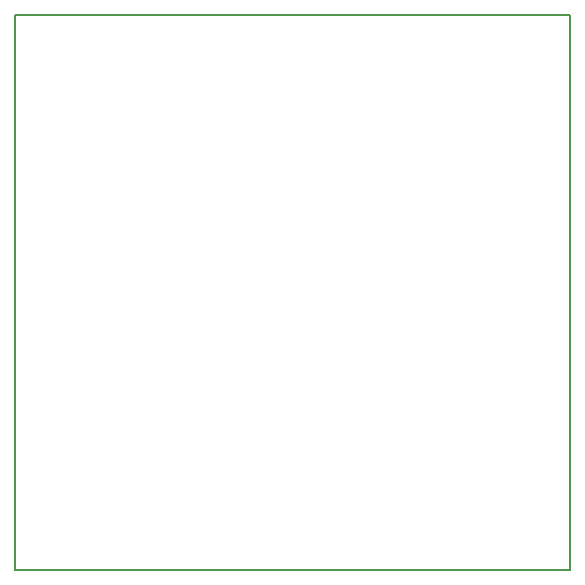
<source format=gbr>
G04 #@! TF.FileFunction,Profile,NP*
%FSLAX46Y46*%
G04 Gerber Fmt 4.6, Leading zero omitted, Abs format (unit mm)*
G04 Created by KiCad (PCBNEW 4.0.6) date 02/09/18 11:50:01*
%MOMM*%
%LPD*%
G01*
G04 APERTURE LIST*
%ADD10C,0.100000*%
%ADD11C,0.150000*%
G04 APERTURE END LIST*
D10*
D11*
X14000000Y-67000000D02*
X61000000Y-67000000D01*
X61000000Y-20000000D02*
X61000000Y-67000000D01*
X14000000Y-20000000D02*
X61000000Y-20000000D01*
X14000000Y-20000000D02*
X14000000Y-67000000D01*
M02*

</source>
